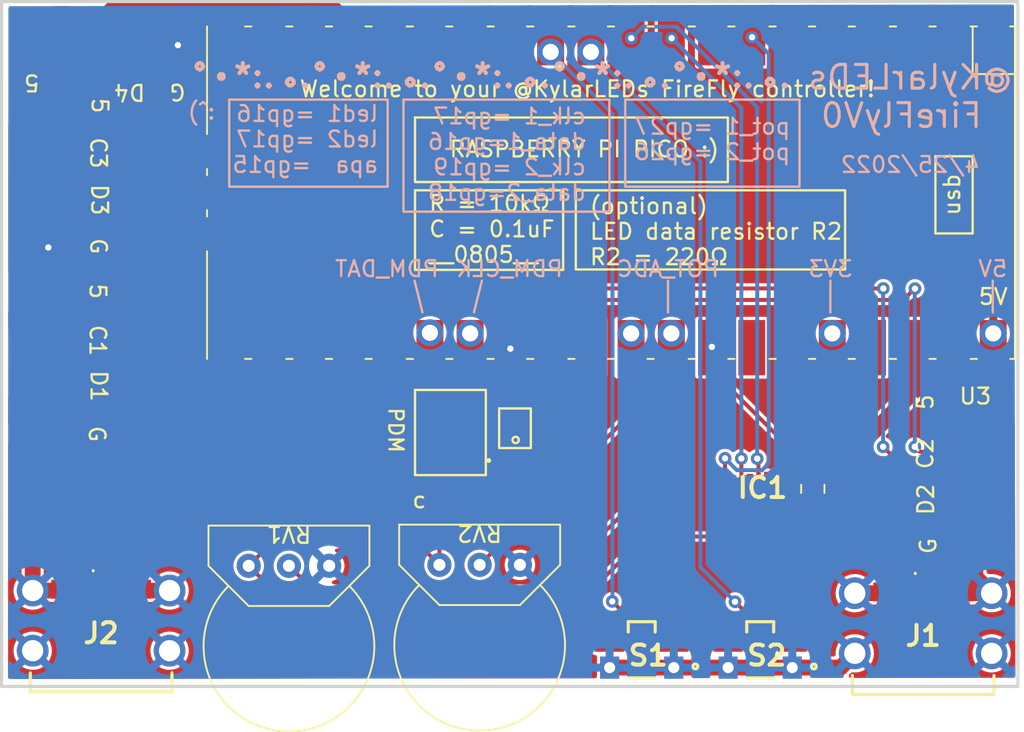
<source format=kicad_pcb>
(kicad_pcb (version 20211014) (generator pcbnew)
  (layers (0 "F.Cu" signal) (31 "B.Cu" signal) (34 "B.Paste" user) (35 "F.Paste" user) (36 "B.SilkS" user "B.Silkscreen") (37 "F.SilkS" user "F.Silkscreen") (38 "B.Mask" user) (39 "F.Mask" user) (44 "Edge.Cuts" user))
  (net 0 "")
  (net 2 "GND")
  (net 6 "LED_DATA_1")
  (net 7 "LED_DATA_2")
  (net 8 "PDM_DATA")
  (net 9 "PDM_CLK")
  (net 10 "5V")
  (net 11 "3V3")
  (net 12 "POT1_ADC")
  (net 13 "POT2_ADC")
  (net 20 "ACC_DATA")
  (net 23 "LED_DATA_3")
  (net 24 "LED_CLK_3")
  (net 25 "LED_DATA_4")
  (net 26 "LED_CLK_4")
  (net 30 "LED_CLK_1")
  (net 31 "LED_CLK_2")
  (net 43 "BTN_1")
  (net 44 "BTN_2")
  (net 46 "ACC_INT")
  (net 51 "ACC_CLK")
  (footprint "SamacSys_Parts:LEDS4" (layer "F.Cu") (at 16.3 19.45)
    (fp_text reference "U4" hide)
    (fp_text value "LEDS4" hide)
    (pad "1" smd roundrect (at 0 0) (size 4 2) (layers "F.Cu" "F.Paste" "F.Mask") (net 10 "5V"))
    (pad "2" smd roundrect (at 0 3) (size 4 2) (layers "F.Cu" "F.Paste" "F.Mask") (net 24 "LED_CLK_3"))
    (pad "3" smd roundrect (at 0 6) (size 4 2) (layers "F.Cu" "F.Paste" "F.Mask") (net 23 "LED_DATA_3"))
    (pad "4" smd roundrect (at 0 9) (size 4 2) (layers "F.Cu" "F.Paste" "F.Mask") (net 2 "GND"))
  )
  (footprint "SamacSys_Parts:USB4125GFA0190" (layer "F.Cu") (at 19.633821 53.0825)
    (fp_text reference "J2" (at 0 -0.303) (layer "F.SilkS") (effects (font (size 1.27 1.27) (thickness 0.254))))
    (fp_text value "USB4125-GF-A-0190" hide)
    (fp_line (start -0.5 -4.2) (end -0.5 -4.2) (layer "F.SilkS") (width 0.1))
    (fp_line (start -0.5 -4.3) (end -0.5 -4.3) (layer "F.SilkS") (width 0.1))
    (fp_line (start -4.47 3.4) (end 4.47 3.4) (layer "F.SilkS") (width 0.2))
    (fp_line (start 4.47 3.4) (end 4.47 2.2) (layer "F.SilkS") (width 0.2))
    (fp_line (start -4.47 2.2) (end -4.47 3.4) (layer "F.SilkS") (width 0.2))
    (fp_arc (start -0.5 -4.3) (mid -0.45 -4.25) (end -0.5 -4.2) (layer "F.SilkS") (width 0.1))
    (fp_arc (start -0.5 -4.2) (mid -0.55 -4.25) (end -0.5 -4.3) (layer "F.SilkS") (width 0.1))
    (pad "A5" smd rect locked (at -0.5 -3.08) (size 0.7 1.2) (layers "F.Cu" "F.Paste" "F.Mask"))
    (pad "A9" smd rect locked (at 1.52 -3.08) (size 0.76 1.2) (layers "F.Cu" "F.Paste" "F.Mask") (net 10 "5V"))
    (pad "A12" smd rect locked (at 2.75 -3.08) (size 0.8 1.2) (layers "F.Cu" "F.Paste" "F.Mask") (net 2 "GND"))
    (pad "B5" smd rect locked (at 0.5 -3.08) (size 0.7 1.2) (layers "F.Cu" "F.Paste" "F.Mask"))
    (pad "B9" smd rect locked (at -1.52 -3.08) (size 0.76 1.2) (layers "F.Cu" "F.Paste" "F.Mask") (net 10 "5V"))
    (pad "B12" smd rect locked (at -2.75 -3.08) (size 0.8 1.2) (layers "F.Cu" "F.Paste" "F.Mask") (net 2 "GND"))
    (pad "MH1" thru_hole circle locked (at -4.32 -3) (size 2.01 2.01) (drill 1.34) (layers *.Cu *.Mask) (net 2 "GND"))
    (pad "MH2" thru_hole circle locked (at -4.32 0.8) (size 2.01 2.01) (drill 1.34) (layers *.Cu *.Mask) (net 2 "GND"))
    (pad "MH3" thru_hole circle locked (at 4.32 0.8) (size 2.01 2.01) (drill 1.34) (layers *.Cu *.Mask) (net 2 "GND"))
    (pad "MH4" thru_hole circle locked (at 4.32 -3) (size 2.01 2.01) (drill 1.34) (layers *.Cu *.Mask) (net 2 "GND"))
  )
  (footprint "SamacSys_Parts:USB4125GFA0190" (layer "F.Cu") (at 71.53 53.25)
    (fp_text reference "J1" (at 0 -0.303) (layer "F.SilkS") (effects (font (size 1.27 1.27) (thickness 0.254))))
    (fp_text value "USB4125-GF-A-0190" hide)
    (fp_line (start -0.5 -4.3) (end -0.5 -4.3) (layer "F.SilkS") (width 0.1))
    (fp_line (start 4.47 3.4) (end 4.47 2.2) (layer "F.SilkS") (width 0.2))
    (fp_line (start -0.5 -4.2) (end -0.5 -4.2) (layer "F.SilkS") (width 0.1))
    (fp_line (start -4.47 2.2) (end -4.47 3.4) (layer "F.SilkS") (width 0.2))
    (fp_line (start -4.47 3.4) (end 4.47 3.4) (layer "F.SilkS") (width 0.2))
    (fp_arc (start -0.5 -4.2) (mid -0.55 -4.25) (end -0.5 -4.3) (layer "F.SilkS") (width 0.1))
    (fp_arc (start -0.5 -4.3) (mid -0.45 -4.25) (end -0.5 -4.2) (layer "F.SilkS") (width 0.1))
    (pad "A5" smd rect locked (at -0.5 -3.08) (size 0.7 1.2) (layers "F.Cu" "F.Paste" "F.Mask"))
    (pad "A9" smd rect locked (at 1.52 -3.08) (size 0.76 1.2) (layers "F.Cu" "F.Paste" "F.Mask") (net 10 "5V"))
    (pad "A12" smd rect locked (at 2.75 -3.08) (size 0.8 1.2) (layers "F.Cu" "F.Paste" "F.Mask") (net 2 "GND"))
    (pad "B5" smd rect locked (at 0.5 -3.08) (size 0.7 1.2) (layers "F.Cu" "F.Paste" "F.Mask"))
    (pad "B9" smd rect locked (at -1.52 -3.08) (size 0.76 1.2) (layers "F.Cu" "F.Paste" "F.Mask") (net 10 "5V"))
    (pad "B12" smd rect locked (at -2.75 -3.08) (size 0.8 1.2) (layers "F.Cu" "F.Paste" "F.Mask") (net 2 "GND"))
    (pad "MH1" thru_hole circle locked (at -4.32 -3) (size 2.01 2.01) (drill 1.34) (layers *.Cu *.Mask) (net 2 "GND"))
    (pad "MH2" thru_hole circle locked (at -4.32 0.8) (size 2.01 2.01) (drill 1.34) (layers *.Cu *.Mask) (net 2 "GND"))
    (pad "MH3" thru_hole circle locked (at 4.32 0.8) (size 2.01 2.01) (drill 1.34) (layers *.Cu *.Mask) (net 2 "GND"))
    (pad "MH4" thru_hole circle locked (at 4.32 -3) (size 2.01 2.01) (drill 1.34) (layers *.Cu *.Mask) (net 2 "GND"))
  )
  (footprint "Capacitor_SMD:C_0805_2012Metric" (layer "F.Cu") (at 64.56 43.66 -90)
    (fp_text reference "C1" hide)
    (fp_text value "C0805C104M5RAC" hide)
    (fp_line (start -0.261252 -0.735) (end 0.261252 -0.735) (layer "F.SilkS") (width 0.12))
    (fp_line (start -0.261252 0.735) (end 0.261252 0.735) (layer "F.SilkS") (width 0.12))
    (pad "1" smd roundrect (at -0.95 0 270) (size 1 1.45) (layers "F.Cu" "F.Paste" "F.Mask") (net 2 "GND"))
    (pad "2" smd roundrect (at 0.95 0 270) (size 1 1.45) (layers "F.Cu" "F.Paste" "F.Mask") (net 11 "3V3"))
  )
  (footprint "Varistor:3352T-1-104LF" (layer "F.Cu") (at 43.53 48.46 180)
    (fp_text reference "RV2" (at 0 2 180 unlocked) (layer "F.SilkS"))
    (fp_text value "R_Potentiometer")
    (fp_line (start -5.08 0) (end -5.08 2.54) (layer "F.SilkS") (width 0.12))
    (fp_line (start -2.54 -2.54) (end -5.08 0) (layer "F.SilkS") (width 0.12))
    (fp_line (start 5.08 0) (end 2.54 -2.54) (layer "F.SilkS") (width 0.12))
    (fp_line (start -5.08 2.54) (end 5.08 2.54) (layer "F.SilkS") (width 0.12))
    (fp_line (start 2.54 -2.54) (end -2.54 -2.54) (layer "F.SilkS") (width 0.12))
    (fp_line (start 5.08 2.54) (end 5.08 0) (layer "F.SilkS") (width 0.12))
    (fp_arc (start -3.81 -1.27) (mid 0 -10.468154) (end 3.81 -1.27) (layer "F.SilkS") (width 0.12))
    (pad "1" thru_hole circle (at -2.54 0 180) (size 1.524 1.524) (drill 0.762) (layers *.Cu *.Mask) (net 2 "GND"))
    (pad "2" thru_hole circle (at 0 0 180) (size 1.524 1.524) (drill 0.762) (layers *.Cu *.Mask) (net 13 "POT2_ADC"))
    (pad "3" thru_hole circle (at 2.54 0 180) (size 1.524 1.524) (drill 0.762) (layers *.Cu *.Mask) (net 11 "3V3"))
  )
  (footprint "MCU_RaspberryPi_and_Boards:RPi_Pico_SMD_TH_removes2" (layer "F.Cu") (at 51.82 24.95 -90)
    (fp_text reference "U1" hide)
    (fp_text value "Pico")
    (fp_line (start -10.5 -10.4) (end -10.5 -10) (layer "F.SilkS") (width 0.12))
    (fp_line (start -3.7 25.5) (end -10.5 25.5) (layer "F.SilkS") (width 0.12))
    (fp_line (start -1.5 25.5) (end -1.1 25.5) (layer "F.SilkS") (width 0.12))
    (fp_line (start -10.5 17.6) (end -10.5 18) (layer "F.SilkS") (width 0.12))
    (fp_line (start -10.5 -23.1) (end -10.5 -22.7) (layer "F.SilkS") (width 0.12))
    (fp_line (start -10.5 -5.3) (end -10.5 -4.9) (layer "F.SilkS") (width 0.12))
    (fp_line (start -10.5 2.3) (end -10.5 2.7) (layer "F.SilkS") (width 0.12))
    (fp_line (start -10.5 20.1) (end -10.5 20.5) (layer "F.SilkS") (width 0.12))
    (fp_line (start 10.5 10) (end 10.5 10.4) (layer "F.SilkS") (width 0.12))
    (fp_line (start 10.5 15.1) (end 10.5 15.5) (layer "F.SilkS") (width 0.12))
    (fp_line (start 10.5 20.1) (end 10.5 20.5) (layer "F.SilkS") (width 0.12))
    (fp_line (start 10.5 12.5) (end 10.5 12.9) (layer "F.SilkS") (width 0.12))
    (fp_line (start -10.5 15.1) (end -10.5 15.5) (layer "F.SilkS") (width 0.12))
    (fp_line (start -10.5 -25.5) (end 10.5 -25.5) (layer "F.SilkS") (width 0.12))
    (fp_line (start -10.5 10) (end -10.5 10.4) (layer "F.SilkS") (width 0.12))
    (fp_line (start -10.5 -18) (end -10.5 -17.6) (layer "F.SilkS") (width 0.12))
    (fp_line (start 10.5 4.9) (end 10.5 5.3) (layer "F.SilkS") (width 0.12))
    (fp_line (start -10.5 7.4) (end -10.5 7.8) (layer "F.SilkS") (width 0.12))
    (fp_line (start 10.5 -10.4) (end 10.5 -10) (layer "F.SilkS") (width 0.12))
    (fp_line (start 10.5 -25.5) (end 10.5 -25.2) (layer "F.SilkS") (width 0.12))
    (fp_line (start 10.5 -7.8) (end 10.5 -7.4) (layer "F.SilkS") (width 0.12))
    (fp_line (start 10.5 -5.3) (end 10.5 -4.9) (layer "F.SilkS") (width 0.12))
    (fp_line (start 10.5 -20.5) (end 10.5 -20.1) (layer "F.SilkS") (width 0.12))
    (fp_line (start 10.5 -23.1) (end 10.5 -22.7) (layer "F.SilkS") (width 0.12))
    (fp_line (start -7.493 -22.833) (end -7.493 -25.5) (layer "F.SilkS") (width 0.12))
    (fp_line (start -10.5 -12.9) (end -10.5 -12.5) (layer "F.SilkS") (width 0.12))
    (fp_line (start -10.5 12.5) (end -10.5 12.9) (layer "F.SilkS") (width 0.12))
    (fp_line (start 10.5 25.5) (end 3.7 25.5) (layer "F.SilkS") (width 0.12))
    (fp_line (start 10.5 17.6) (end 10.5 18) (layer "F.SilkS") (width 0.12))
    (fp_line (start 10.5 2.3) (end 10.5 2.7) (layer "F.SilkS") (width 0.12))
    (fp_line (start -10.5 -20.5) (end -10.5 -20.1) (layer "F.SilkS") (width 0.12))
    (fp_line (start -10.5 22.7) (end -10.5 23.1) (layer "F.SilkS") (width 0.12))
    (fp_line (start -10.5 -22.833) (end -7.493 -22.833) (layer "F.SilkS") (width 0.12))
    (fp_line (start 10.5 7.4) (end 10.5 7.8) (layer "F.SilkS") (width 0.12))
    (fp_line (start -10.5 -15.4) (end -10.5 -15) (layer "F.SilkS") (width 0.12))
    (fp_line (start 10.5 -12.9) (end 10.5 -12.5) (layer "F.SilkS") (width 0.12))
    (fp_line (start 1.1 25.5) (end 1.5 25.5) (layer "F.SilkS") (width 0.12))
    (fp_line (start 10.5 22.7) (end 10.5 23.1) (layer "F.SilkS") (width 0.12))
    (fp_line (start 10.5 -18) (end 10.5 -17.6) (layer "F.SilkS") (width 0.12))
    (fp_line (start -10.5 -25.5) (end -10.5 -25.2) (layer "F.SilkS") (width 0.12))
    (fp_line (start -10.5 -0.2) (end -10.5 0.2) (layer "F.SilkS") (width 0.12))
    (fp_line (start -10.5 4.9) (end -10.5 5.3) (layer "F.SilkS") (width 0.12))
    (fp_line (start -10.5 -7.8) (end -10.5 -7.4) (layer "F.SilkS") (width 0.12))
    (fp_line (start 10.5 -2.7) (end 10.5 -2.3) (layer "F.SilkS") (width 0.12))
    (fp_line (start 10.5 -15.4) (end 10.5 -15) (layer "F.SilkS") (width 0.12))
    (fp_line (start -10.5 -2.7) (end -10.5 -2.3) (layer "F.SilkS") (width 0.12))
    (fp_line (start 10.5 -0.2) (end 10.5 0.2) (layer "F.SilkS") (width 0.12))
    (pad "1" smd rect (at -8.89 -24.13 270) (size 3.5 1.7) (drill (offset -0.9 0)) (layers "F.Cu" "F.Mask"))
    (pad "2" smd rect (at -8.89 -21.59 270) (size 3.5 1.7) (drill (offset -0.9 0)) (layers "F.Cu" "F.Mask"))
    (pad "3" smd rect (at -8.89 -19.05 270) (size 3.5 1.7) (drill (offset -0.9 0)) (layers "F.Cu" "F.Mask"))
    (pad "4" smd rect (at -8.89 -16.51 270) (size 3.5 1.7) (drill (offset -0.9 0)) (layers "F.Cu" "F.Mask"))
    (pad "5" smd rect (at -8.89 -13.97 270) (size 3.5 1.7) (drill (offset -0.9 0)) (layers "F.Cu" "F.Mask"))
    (pad "6" smd rect (at -8.89 -11.43 270) (size 3.5 1.7) (drill (offset -0.9 0)) (layers "F.Cu" "F.Mask"))
    (pad "7" smd rect (at -8.89 -8.89 270) (size 3.5 1.7) (drill (offset -0.9 0)) (layers "F.Cu" "F.Mask") (net 46 "ACC_INT"))
    (pad "8" smd rect (at -8.89 -6.35 270) (size 3.5 1.7) (drill (offset -0.9 0)) (layers "F.Cu" "F.Mask"))
    (pad "9" smd rect (at -8.89 -3.81 270) (size 3.5 1.7) (drill (offset -0.9 0)) (layers "F.Cu" "F.Mask") (net 20 "ACC_DATA"))
    (pad "10" smd rect (at -8.89 -1.27 270) (size 3.5 1.7) (drill (offset -0.9 0)) (layers "F.Cu" "F.Mask") (net 51 "ACC_CLK"))
    (pad "11" smd rect (at -8.89 1.27 270) (size 3.5 1.7) (drill (offset -0.9 0)) (layers "F.Cu" "F.Mask") (net 44 "BTN_2"))
    (pad "11" thru_hole oval (at -8.89 1.27 270) (size 1.7 1.7) (drill 1.02) (layers *.Cu *.Mask) (net 44 "BTN_2"))
    (pad "12" smd rect (at -8.89 3.81 270) (size 3.5 1.7) (drill (offset -0.9 0)) (layers "F.Cu" "F.Mask") (net 43 "BTN_1"))
    (pad "12" thru_hole oval (at -8.89 3.81 270) (size 1.7 1.7) (drill 1.02) (layers *.Cu *.Mask) (net 43 "BTN_1"))
    (pad "13" smd rect (at -8.89 6.35 270) (size 3.5 1.7) (drill (offset -0.9 0)) (layers "F.Cu" "F.Mask"))
    (pad "14" smd rect (at -8.89 8.89 270) (size 3.5 1.7) (drill (offset -0.9 0)) (layers "F.Cu" "F.Mask") (net 23 "LED_DATA_3"))
    (pad "15" smd rect (at -8.89 11.43 270) (size 3.5 1.7) (drill (offset -0.9 0)) (layers "F.Cu" "F.Mask") (net 24 "LED_CLK_3"))
    (pad "16" smd rect (at -8.89 13.97 270) (size 3.5 1.7) (drill (offset -0.9 0)) (layers "F.Cu" "F.Mask") (net 25 "LED_DATA_4"))
    (pad "17" smd rect (at -8.89 16.51 270) (size 3.5 1.7) (drill (offset -0.9 0)) (layers "F.Cu" "F.Mask") (net 26 "LED_CLK_4"))
    (pad "18" smd rect (at -8.89 19.05 270) (size 3.5 1.7) (drill (offset -0.9 0)) (layers "F.Cu" "F.Mask"))
    (pad "19" smd rect (at -8.89 21.59 270) (size 3.5 1.7) (drill (offset -0.9 0)) (layers "F.Cu" "F.Mask"))
    (pad "20" smd rect (at -8.89 24.13 270) (size 3.5 1.7) (drill (offset -0.9 0)) (layers "F.Cu" "F.Mask"))
    (pad "21" smd rect (at 8.89 24.13 270) (size 3.5 1.7) (drill (offset 0.9 0)) (layers "F.Cu" "F.Mask") (net 6 "LED_DATA_1"))
    (pad "22" smd rect (at 8.89 21.59 270) (size 3.5 1.7) (drill (offset 0.9 0)) (layers "F.Cu" "F.Mask") (net 30 "LED_CLK_1"))
    (pad "23" smd rect (at 8.89 19.05 270) (size 3.5 1.7) (drill (offset 0.9 0)) (layers "F.Cu" "F.Mask") (net 2 "GND"))
    (pad "24" smd rect (at 8.89 16.51 270) (size 3.5 1.7) (drill (offset 0.9 0)) (layers "F.Cu" "F.Mask") (net 7 "LED_DATA_2"))
    (pad "25" smd rect (at 8.89 13.97 270) (size 3.5 1.7) (drill (offset 0.9 0)) (layers "F.Cu" "F.Mask") (net 31 "LED_CLK_2"))
    (pad "26" smd rect (at 8.89 11.43 270) (size 3.5 1.7) (drill (offset 0.9 0)) (layers "F.Cu" "F.Mask") (net 8 "PDM_DATA"))
    (pad "26" thru_hole oval (at 8.85 11.43 270) (size 1.7 1.7) (drill 1.02) (layers *.Cu *.Mask) (net 8 "PDM_DATA"))
    (pad "27" thru_hole oval (at 8.89 8.89 270) (size 1.7 1.7) (drill 1.02) (layers *.Cu *.Mask) (net 9 "PDM_CLK"))
    (pad "27" smd rect (at 8.89 8.89 270) (size 3.5 1.7) (drill (offset 0.9 0)) (layers "F.Cu" "F.Mask") (net 9 "PDM_CLK"))
    (pad "28" smd rect (at 8.89 6.35 270) (size 3.5 1.7) (drill (offset 0.9 0)) (layers "F.Cu" "F.Mask") (net 2 "GND"))
    (pad "29" smd rect (at 8.89 3.81 270) (size 3.5 1.7) (drill (offset 0.9 0)) (layers "F.Cu" "F.Mask"))
    (pad "30" smd rect (at 8.89 1.27 270) (size 3.5 1.7) (drill (offset 0.9 0)) (layers "F.Cu" "F.Mask"))
    (pad "31" thru_hole oval (at 8.89 -1.27 270) (size 1.7 1.7) (drill 1.02) (layers *.Cu *.Mask) (net 13 "POT2_ADC"))
    (pad "31" smd rect (at 8.89 -1.27 270) (size 3.5 1.7) (drill (offset 0.9 0)) (layers "F.Cu" "F.Mask") (net 13 "POT2_ADC"))
    (pad "32" thru_hole oval (at 8.89 -3.81 270) (size 1.7 1.7) (drill 1.02) (layers *.Cu *.Mask) (net 12 "POT1_ADC"))
    (pad "32" smd rect (at 8.89 -3.81 270) (size 3.5 1.7) (drill (offset 0.9 0)) (layers "F.Cu" "F.Mask") (net 12 "POT1_ADC"))
    (pad "33" smd rect (at 8.89 -6.35 270) (size 3.5 1.7) (drill (offset 0.9 0)) (layers "F.Cu" "F.Mask") (net 2 "GND"))
    (pad "34" smd rect (at 8.89 -8.89 270) (size 3.5 1.7) (drill (offset 0.9 0)) (layers "F.Cu" "F.Mask"))
    (pad "35" smd rect (at 8.89 -11.43 270) (size 3.5 1.7) (drill (offset 0.9 0)) (layers "F.Cu" "F.Mask"))
    (pad "36" thru_hole oval (at 8.89 -13.97 270) (size 1.7 1.7) (drill 1.02) (layers *.Cu *.Mask) (net 11 "3V3"))
    (pad "36" smd rect (at 8.89 -13.97 270) (size 3.5 1.7) (drill (offset 0.9 0)) (layers "F.Cu" "F.Mask") (net 11 "3V3"))
    (pad "37" smd rect (at 8.89 -16.51 270) (size 3.5 1.7) (drill (offset 0.9 0)) (layers "F.Cu" "F.Mask"))
    (pad "38" smd rect (at 8.89 -19.05 270) (size 3.5 1.7) (drill (offset 0.9 0)) (layers "F.Cu" "F.Mask") (net 2 "GND"))
    (pad "39" smd rect (at 8.89 -21.59 270) (size 3.5 1.7) (drill (offset 0.9 0)) (layers "F.Cu" "F.Mask"))
    (pad "40" thru_hole oval (at 8.89 -24.13 270) (size 1.7 1.7) (drill 1.02) (layers *.Cu *.Mask) (net 10 "5V"))
    (pad "40" smd rect (at 8.89 -24.13 270) (size 3.5 1.7) (drill (offset 0.9 0)) (layers "F.Cu" "F.Mask") (net 10 "5V"))
    (pad "41" smd rect (at -2.54 23.9) (size 3.5 1.7) (drill (offset -0.9 0)) (layers "F.Cu" "F.Mask"))
    (pad "42" smd rect (at 0 23.9) (size 3.5 1.7) (drill (offset -0.9 0)) (layers "F.Cu" "F.Mask"))
    (pad "43" smd rect (at 2.54 23.9) (size 3.5 1.7) (drill (offset -0.9 0)) (layers "F.Cu" "F.Mask"))
  )
  (footprint "SamacSys_Parts:MXC6655XA" (layer "F.Cu") (at 61.38 43.6)
    (fp_text reference "IC1" (at 0 0) (layer "F.SilkS") (effects (font (size 1.27 1.27) (thickness 0.254))))
    (fp_text value "MXC6655XA" hide)
    (fp_line (start -1.5 -0.75) (end -1.5 -0.75) (layer "F.SilkS") (width 0.1))
    (fp_line (start -1.6 -0.75) (end -1.6 -0.75) (layer "F.SilkS") (width 0.1))
    (fp_arc (start -1.5 -0.75) (mid -1.55 -0.7) (end -1.6 -0.75) (layer "F.SilkS") (width 0.1))
    (fp_arc (start -1.6 -0.75) (mid -1.55 -0.8) (end -1.5 -0.75) (layer "F.SilkS") (width 0.1))
    (pad "1" smd rect locked (at -0.795 -0.75 90) (size 0.28 0.41) (layers "F.Cu" "F.Paste" "F.Mask"))
    (pad "2" smd rect locked (at -0.795 -0.25 90) (size 0.28 0.41) (layers "F.Cu" "F.Paste" "F.Mask") (net 20 "ACC_DATA"))
    (pad "3" smd rect locked (at -0.795 0.25 90) (size 0.28 0.41) (layers "F.Cu" "F.Paste" "F.Mask"))
    (pad "4" smd rect locked (at -0.795 0.75 90) (size 0.28 0.41) (layers "F.Cu" "F.Paste" "F.Mask"))
    (pad "5" smd rect locked (at -0.25 0.815) (size 0.28 0.41) (layers "F.Cu" "F.Paste" "F.Mask") (net 46 "ACC_INT"))
    (pad "6" smd rect locked (at 0.25 0.815) (size 0.28 0.41) (layers "F.Cu" "F.Paste" "F.Mask"))
    (pad "7" smd rect locked (at 0.795 0.75 90) (size 0.28 0.41) (layers "F.Cu" "F.Paste" "F.Mask") (net 11 "3V3"))
    (pad "8" smd rect locked (at 0.795 0.25 90) (size 0.28 0.41) (layers "F.Cu" "F.Paste" "F.Mask"))
    (pad "9" smd rect locked (at 0.795 -0.25 90) (size 0.28 0.41) (layers "F.Cu" "F.Paste" "F.Mask") (net 2 "GND"))
    (pad "10" smd rect locked (at 0.795 -0.75 90) (size 0.28 0.41) (layers "F.Cu" "F.Paste" "F.Mask"))
    (pad "11" smd rect locked (at 0.25 -0.815) (size 0.28 0.41) (layers "F.Cu" "F.Paste" "F.Mask"))
    (pad "12" smd rect locked (at -0.25 -0.815) (size 0.28 0.41) (layers "F.Cu" "F.Paste" "F.Mask") (net 51 "ACC_CLK"))
  )
  (footprint "Varistor:3352T-1-104LF" (layer "F.Cu") (at 31.49 48.52 180)
    (fp_text reference "RV1" (at 0 2 180 unlocked) (layer "F.SilkS"))
    (fp_text value "R_Potentiometer")
    (fp_line (start -5.08 2.54) (end 5.08 2.54) (layer "F.SilkS") (width 0.12))
    (fp_line (start 5.08 0) (end 2.54 -2.54) (layer "F.SilkS") (width 0.12))
    (fp_line (start -5.08 0) (end -5.08 2.54) (layer "F.SilkS") (width 0.12))
    (fp_line (start 5.08 2.54) (end 5.08 0) (layer "F.SilkS") (width 0.12))
    (fp_line (start -2.54 -2.54) (end -5.08 0) (layer "F.SilkS") (width 0.12))
    (fp_line (start 2.54 -2.54) (end -2.54 -2.54) (layer "F.SilkS") (width 0.12))
    (fp_arc (start -3.81 -1.27) (mid 0 -10.468154) (end 3.81 -1.27) (layer "F.SilkS") (width 0.12))
    (pad "1" thru_hole circle (at -2.54 0 180) (size 1.524 1.524) (drill 0.762) (layers *.Cu *.Mask) (net 2 "GND"))
    (pad "2" thru_hole circle (at 0 0 180) (size 1.524 1.524) (drill 0.762) (layers *.Cu *.Mask) (net 12 "POT1_ADC"))
    (pad "3" thru_hole circle (at 2.54 0 180) (size 1.524 1.524) (drill 0.762) (layers *.Cu *.Mask) (net 11 "3V3"))
  )
  (footprint "SamacSys_Parts:EVQ-9P701P" (layer "F.Cu") (at 61.24 54.15 180)
    (fp_text reference "S2" (at -0.409 -0.039 180) (layer "F.SilkS") (effects (font (size 1.27 1.27) (thickness 0.254))))
    (fp_text value "EVQ-9P701P" hide)
    (fp_line (start 0.85 2.1) (end 0.85 1.45) (layer "F.SilkS") (width 0.2))
    (fp_line (start -0.842 -1.45) (end 0.842 -1.45) (layer "F.SilkS") (width 0.2))
    (fp_line (start -0.85 2.1) (end 0.85 2.1) (layer "F.SilkS") (width 0.2))
    (fp_line (start -0.85 1.45) (end -0.85 2.1) (layer "F.SilkS") (width 0.2))
    (fp_circle (center -3.387 -0.729) (end -3.387 -0.67836) (layer "F.SilkS") (width 0.2) (fill none))
    (pad "1" thru_hole rect (at -2.025 -0.8 180) (size 1.2 1.4) (drill 0.7) (layers *.Cu *.Mask) (net 2 "GND"))
    (pad "2" smd rect (at -2.025 0.8 270) (size 1.2 1.84) (layers "F.Cu" "F.Paste" "F.Mask") (net 44 "BTN_2"))
    (pad "3" smd rect (at 2.025 0.8 270) (size 1.2 1.84) (layers "F.Cu" "F.Paste" "F.Mask"))
    (pad "4" thru_hole rect (at 2.025 -0.8 180) (size 1.2 1.4) (drill 0.7) (layers *.Cu *.Mask) (net 2 "GND"))
  )
  (footprint "SamacSys_Parts:CMM4737DT26186TR" (layer "F.Cu") (at 41.65 40.22 180)
    (fp_text reference "MK1" hide)
    (fp_text value "CMM-4737DT-26186-TR" hide)
    (fp_line (start -2.4 -1.65) (end -2.4 -1.65) (layer "F.SilkS") (width 0.2))
    (fp_line (start -2.5 -1.65) (end -2.5 -1.65) (layer "F.SilkS") (width 0.2))
    (fp_line (start -2.5 -1.65) (end -2.5 -1.65) (layer "F.SilkS") (width 0.2))
    (fp_arc (start -2.4 -1.65) (mid -2.45 -1.6) (end -2.5 -1.65) (layer "F.SilkS") (width 0.2))
    (fp_arc (start -2.4 -1.65) (mid -2.45 -1.6) (end -2.5 -1.65) (layer "F.SilkS") (width 0.2))
    (fp_arc (start -2.5 -1.65) (mid -2.45 -1.7) (end -2.4 -1.65) (layer "F.SilkS") (width 0.2))
    (pad "1" smd circle locked (at -1.17 -1.65 270) (size 0.91 0.91) (layers "F.Cu" "F.Paste" "F.Mask") (net 2 "GND"))
    (pad "2" smd circle locked (at -1.17 0 270) (size 0.91 0.91) (layers "F.Cu" "F.Paste" "F.Mask") (net 2 "GND"))
    (pad "3" smd circle locked (at -1.17 1.65 270) (size 0.91 0.91) (layers "F.Cu" "F.Paste" "F.Mask") (net 2 "GND"))
    (pad "4" smd circle locked (at 1.17 1.65 270) (size 0.91 0.91) (layers "F.Cu" "F.Paste" "F.Mask") (net 9 "PDM_CLK"))
    (pad "5" smd circle locked (at 1.17 0 270) (size 0.91 0.91) (layers "F.Cu" "F.Paste" "F.Mask") (net 8 "PDM_DATA"))
    (pad "6" smd oval locked (at 1.07 -1.55 225) (size 0.91 1.11) (layers "F.Cu" "F.Paste" "F.Mask") (net 11 "3V3"))
  )
  (footprint "SamacSys_Parts:CAPC2012X88N" (layer "F.Cu") (at 41.84 44.66)
    (fp_text reference "C3" hide)
    (fp_text value "C0805C104M5RAC" hide)
    (pad "1" smd rect locked (at -0.8 0) (size 1.02 1.47) (layers "F.Cu" "F.Paste" "F.Mask") (net 11 "3V3"))
    (pad "2" smd rect locked (at 0.8 0) (size 1.02 1.47) (layers "F.Cu" "F.Paste" "F.Mask") (net 2 "GND"))
  )
  (footprint "SamacSys_Parts:EVQ-9P701P" (layer "F.Cu") (at 53.76 54.15 180)
    (fp_text reference "S1" (at -0.409 -0.039 180) (layer "F.SilkS") (effects (font (size 1.27 1.27) (thickness 0.254))))
    (fp_text value "EVQ-9P701P" hide)
    (fp_line (start 0.85 2.1) (end 0.85 1.45) (layer "F.SilkS") (width 0.2))
    (fp_line (start -0.842 -1.45) (end 0.842 -1.45) (layer "F.SilkS") (width 0.2))
    (fp_line (start -0.85 2.1) (end 0.85 2.1) (layer "F.SilkS") (width 0.2))
    (fp_line (start -0.85 1.45) (end -0.85 2.1) (layer "F.SilkS") (width 0.2))
    (fp_circle (center -3.387 -0.729) (end -3.387 -0.67836) (layer "F.SilkS") (width 0.2) (fill none))
    (pad "1" thru_hole rect (at -2.025 -0.8 180) (size 1.2 1.4) (drill 0.7) (layers *.Cu *.Mask) (net 2 "GND"))
    (pad "2" smd rect (at -2.025 0.8 270) (size 1.2 1.84) (layers "F.Cu" "F.Paste" "F.Mask") (net 43 "BTN_1"))
    (pad "3" smd rect (at 2.025 0.8 270) (size 1.2 1.84) (layers "F.Cu" "F.Paste" "F.Mask"))
    (pad "4" thru_hole rect (at 2.025 -0.8 180) (size 1.2 1.4) (drill 0.7) (layers *.Cu *.Mask) (net 2 "GND"))
  )
  (footprint "SamacSys_Parts:LEDS4" (layer "F.Cu") (at 16.21 31.21)
    (fp_text reference "U2" hide)
    (fp_text value "LEDS4" hide)
    (pad "1" smd roundrect (at 0 0) (size 4 2) (layers "F.Cu" "F.Paste" "F.Mask") (net 10 "5V"))
    (pad "2" smd roundrect (at 0 3) (size 4 2) (layers "F.Cu" "F.Paste" "F.Mask") (net 30 "LED_CLK_1"))
    (pad "3" smd roundrect (at 0 6) (size 4 2) (layers "F.Cu" "F.Paste" "F.Mask") (net 6 "LED_DATA_1"))
    (pad "4" smd roundrect (at 0 9) (size 4 2) (layers "F.Cu" "F.Paste" "F.Mask") (net 2 "GND"))
  )
  (footprint "SamacSys_Parts:LEDS4" (layer "F.Cu") (at 15.4 15.56 90)
    (fp_text reference "U5" hide)
    (fp_text value "LEDS4" hide)
    (pad "1" smd roundrect (at 0 0 90) (size 4 2) (layers "F.Cu" "F.Paste" "F.Mask") (net 10 "5V"))
    (pad "2" smd roundrect (at 0 3 90) (size 4 2) (layers "F.Cu" "F.Paste" "F.Mask") (net 26 "LED_CLK_4"))
    (pad "3" smd roundrect (at 0 6 90) (size 4 2) (layers "F.Cu" "F.Paste" "F.Mask") (net 25 "LED_DATA_4"))
    (pad "4" smd roundrect (at 0 9 90) (size 4 2) (layers "F.Cu" "F.Paste" "F.Mask") (net 2 "GND"))
  )
  (footprint "SamacSys_Parts:LEDS4" (layer "F.Cu") (at 74.82 38.31)
    (fp_text reference "U3" (at 0 -0.5 unlocked) (layer "F.SilkS"))
    (fp_text value "LEDS4")
    (pad "1" smd roundrect (at 0 0) (size 4 2) (layers "F.Cu" "F.Paste" "F.Mask") (net 10 "5V"))
    (pad "2" smd roundrect (at 0 3) (size 4 2) (layers "F.Cu" "F.Paste" "F.Mask") (net 31 "LED_CLK_2"))
    (pad "3" smd roundrect (at 0 6) (size 4 2) (layers "F.Cu" "F.Paste" "F.Mask") (net 7 "LED_DATA_2"))
    (pad "4" smd roundrect (at 0 9) (size 4 2) (layers "F.Cu" "F.Paste" "F.Mask") (net 2 "GND"))
  )
  (gr_line (start 55.42 32.51) (end 55.42 30.51) (layer "B.SilkS") (width 0.15))
  (gr_line (start 39.92 32.51) (end 39.42 30.51) (layer "B.SilkS") (width 0.15))
  (gr_rect (start 38.72 19.07) (end 51.72 26.15) (layer "B.SilkS") (width 0.15) (fill none))
  (gr_rect (start 52.72 19.07) (end 63.72 24.57) (layer "B.SilkS") (width 0.15) (fill none))
  (gr_line (start 43.67 30.51) (end 43.17 32.51) (layer "B.SilkS") (width 0.15))
  (gr_line (start 65.67 32.51) (end 65.67 30.51) (layer "B.SilkS") (width 0.15))
  (gr_rect (start 27.72 19.07) (end 37.72 24.57) (layer "B.SilkS") (width 0.15) (fill none))
  (gr_line (start 75.92 32.51) (end 75.92 30.51) (layer "B.SilkS") (width 0.15))
  (gr_rect (start 49.6 24.8) (end 66.6 29.8) (layer "F.SilkS") (width 0.15) (fill none))
  (gr_circle (center 45.8 40.57) (end 45.8 40.37) (layer "F.SilkS") (width 0.15) (fill none))
  (gr_rect (start 72.3 22.65) (end 74.65 27.525) (layer "F.SilkS") (width 0.15) (fill none))
  (gr_rect (start 39.45 20.2) (end 59.196164 24.275) (layer "F.SilkS") (width 0.15) (fill none))
  (gr_rect (start 44.76 38.58) (end 46.76 41.08) (layer "F.SilkS") (width 0.15) (fill none))
  (gr_rect (start 43.92 42.79) (end 39.45 37.41) (layer "F.SilkS") (width 0.15) (fill none))
  (gr_rect (start 39.45 24.8) (end 48.8 29.825) (layer "F.SilkS") (width 0.15) (fill none))
  (gr_rect (start 13.35 12.877253) (end 77.51 56.14) (layer "Edge.Cuts") (width 0.2) (fill none))
  (gr_text ".。.:*・°.。.:*・°.。.:*・°.。.:*・°.。.:*・°" (at 44.22 17.57) (layer "B.SilkS") (effects (font (size 1.5 1.5) (thickness 0.25)) (justify mirror)))
  (gr_text "5V" (at 75.92 29.76) (layer "B.SilkS") (effects (font (size 1 1)) (justify mirror)))
  (gr_text "4/25/2022" (at 70.717929 23.18) (layer "B.SilkS") (effects (font (size 1 1)) (justify mirror)))
  (gr_text "3V3" (at 65.67 29.76) (layer "B.SilkS") (effects (font (size 1 1)) (justify mirror)))
  (gr_text "led1 =gp16\nled2 =gp17\napa  =gp15" (at 37.22 21.57) (layer "B.SilkS") (effects (font (size 1 1)) (justify left mirror)))
  (gr_text "PDM_DAT" (at 37.67 29.76) (layer "B.SilkS") (effects (font (size 1 1)) (justify mirror)))
  (gr_text ":^)" (at 25.97 19.82) (layer "B.SilkS") (effects (font (size 1 1)) (justify mirror)))
  (gr_text "POT_ADC" (at 55.42 29.76) (layer "B.SilkS") (effects (font (size 1 1)) (justify mirror)))
  (gr_text "pot_1 =gp27\npot_2 =gp26\n" (at 63.22 21.57) (layer "B.SilkS") (effects (font (size 1 1)) (justify left mirror)))
  (gr_text "@KylarLEDs\n FireFlyV0" (at 70.72 18.87) (layer "B.SilkS") (effects (font (size 1.5 1.5) (thickness 0.2)) (justify mirror)))
  (gr_text "clk_1 =gp17\ndata_1=gp16\nclk_2 =gp19\ndata_2=gp18" (at 50.32 22.53) (layer "B.SilkS") (effects (font (size 1 1)) (justify left mirror)))
  (gr_text "PDM_CLK\n" (at 45.42 29.76) (layer "B.SilkS") (effects (font (size 1 1)) (justify mirror)))
  (gr_text "PDM" (at 38.24 39.95 270) (layer "F.SilkS") (effects (font (size 0.9 0.9))))
  (gr_text "5" (at 19.42 31.18 270) (layer "F.SilkS") (effects (font (size 1 1))))
  (gr_text "D4" (at 21.43 18.6 180) (layer "F.SilkS") (effects (font (size 1 1))))
  (gr_text "RASPBERRY PI PICO :)" (at 50.1375 22.2) (layer "F.SilkS") (effects (font (size 1 1))))
  (gr_text "c" (at 39.72 44.37) (layer "F.SilkS") (effects (font (size 1 1))))
  (gr_text "G" (at 19.37 40.19 270) (layer "F.SilkS") (effects (font (size 1 1))))
  (gr_text "D2" (at 71.7 44.33 90) (layer "F.SilkS") (effects (font (size 1 1))))
  (gr_text "C2" (at 71.66 41.43 90) (layer "F.SilkS") (effects (font (size 1 1))))
  (gr_text "C1" (at 19.42 34.28 270) (layer "F.SilkS") (effects (font (size 1 1))))
  (gr_text "5" (at 71.66 38.18 90) (layer "F.SilkS") (effects (font (size 1 1))))
  (gr_text "5V" (at 75.95 31.52) (layer "F.SilkS") (effects (font (size 1 1))))
  (gr_text "5" (at 15.25 18 180) (layer "F.SilkS") (effects (font (size 1 1))))
  (gr_text "C3" (at 19.46 22.44 270) (layer "F.SilkS") (effects (font (size 1 1))))
  (gr_text "R = 10kΩ\nC = 0.1uF\n__0805__" (at 40.25 27.25) (layer "F.SilkS") (effects (font (size 1 1)) (justify left)))
  (gr_text "5" (at 19.55 19.45 270) (layer "F.SilkS") (effects (font (size 1 1))))
  (gr_text "G" (at 19.46 28.33 270) (layer "F.SilkS") (effects (font (size 1 1))))
  (gr_text "D1" (at 19.49 37.16 270) (layer "F.SilkS") (effects (font (size 1 1))))
  (gr_text "Welcome to your @KylarLEDs FireFly controller!" (at 50.325 18.4) (layer "F.SilkS") (effects (font (size 1 1))))
  (gr_text "G" (at 71.85 47.27 90) (layer "F.SilkS") (effects (font (size 1 1))))
  (gr_text "D3" (at 19.53 25.4 270) (layer "F.SilkS") (effects (font (size 1 1))))
  (gr_text "G" (at 24.46 18.58 180) (layer "F.SilkS") (effects (font (size 1 1))))
  (gr_text "(optional)\nLED data resistor R2\nR2 = 220Ω" (at 50.4 27.4) (layer "F.SilkS") (effects (font (size 1 1)) (justify left)))
  (gr_text "usb\n" (at 73.35 25.075 90) (layer "F.SilkS") (effects (font (size 1 1))))
  (segment (start 23.953821 50.0825) (end 22.463821 50.0825) (width 1) (layer "F.Cu") (net 2))
  (segment (start 15.313821 41.106179) (end 15.313821 50.0825) (width 1) (layer "F.Cu") (net 2))
  (segment (start 74.36 50.25) (end 74.28 50.17) (width 1) (layer "F.Cu") (net 2))
  (segment (start 15.313821 50.0825) (end 16.803821 50.0825) (width 1) (layer "F.Cu") (net 2))
  (segment (start 42.82 41.87) (end 42.82 38.57) (width 1) (layer "F.Cu") (net 2))
  (segment (start 42.64 44.66) (end 42.64 42.05) (width 1) (layer "F.Cu") (net 2))
  (segment (start 63.265 54.95) (end 51.735 54.95) (width 1) (layer "F.Cu") (net 2))
  (segment (start 67.9 40.544365) (end 67.9 42.79) (width 1) (layer "F.Cu") (net 2))
  (segment (start 16.803821 50.0825) (end 16.883821 50.0025) (width 1) (layer "F.Cu") (net 2))
  (segment (start 74.82 49.22) (end 75.85 50.25) (width 1) (layer "F.Cu") (net 2))
  (segment (start 75.85 50.25) (end 74.36 50.25) (width 1) (layer "F.Cu") (net 2))
  (segment (start 42.64 42.05) (end 42.82 41.87) (width 1) (layer "F.Cu") (net 2))
  (segment (start 32.77 33.84) (end 32.99 34.06) (width 1) (layer "F.Cu") (net 2))
  (segment (start 70.87 37.574365) (end 67.9 40.544365) (width 1) (layer "F.Cu") (net 2))
  (segment (start 66.31 54.95) (end 63.265 54.95) (width 1) (layer "F.Cu") (net 2))
  (segment (start 67.21 50.25) (end 68.7 50.25) (width 1) (layer "F.Cu") (net 2))
  (segment (start 16.21 40.21) (end 15.313821 41.106179) (width 1) (layer "F.Cu") (net 2))
  (segment (start 70.87 33.84) (end 70.87 37.574365) (width 1) (layer "F.Cu") (net 2))
  (segment (start 74.8 47.33) (end 74.82 47.31) (width 1) (layer "F.Cu") (net 2))
  (segment (start 67.9 42.79) (end 72.44 47.33) (width 1) (layer "F.Cu") (net 2))
  (segment (start 45.47 34.8) (end 45.47 35.92) (width 1) (layer "F.Cu") (net 2))
  (segment (start 74.82 47.31) (end 74.82 49.22) (width 1) (layer "F.Cu") (net 2))
  (segment (start 72.44 47.33) (end 74.8 47.33) (width 1) (layer "F.Cu") (net 2))
  (segment (start 22.463821 50.0825) (end 22.383821 50.0025) (width 1) (layer "F.Cu") (net 2))
  (segment (start 64.77 42.75) (end 58.17 36.15) (width 0.25) (layer "F.Cu") (net 2))
  (segment (start 63.92 43.35) (end 64.56 42.71) (width 0.25) (layer "F.Cu") (net 2))
  (segment (start 32.64 40.21) (end 16.21 40.21) (width 1) (layer "F.Cu") (net 2))
  (segment (start 68.7 50.25) (end 68.78 50.17) (width 1) (layer "F.Cu") (net 2))
  (segment (start 32.99 34.06) (end 32.99 39.86) (width 1) (layer "F.Cu") (net 2))
  (segment (start 45.47 35.92) (end 42.82 38.57) (width 1) (layer "F.Cu") (net 2))
  (segment (start 62.175 43.35) (end 63.92 43.35) (width 0.25) (layer "F.Cu") (net 2))
  (segment (start 45.47 33.84) (end 45.47 34.8) (width 1) (layer "F.Cu") (net 2))
  (segment (start 32.99 39.86) (end 32.64 40.21) (width 1) (layer "F.Cu") (net 2))
  (segment (start 67.21 54.05) (end 66.31 54.95) (width 1) (layer "F.Cu") (net 2))
  (segment (start 58.17 36.15) (end 58.17 33.84) (width 0.25) (layer "F.Cu") (net 2))
  (via (at 24.48 15.63) (size 0.8) (drill 0.4) (layers "F.Cu" "B.Cu") (net 2))
  (via (at 45.47 34.8) (size 0.8) (drill 0.4) (layers "F.Cu" "B.Cu") (net 2))
  (via (at 16.3 28.41) (size 0.8) (drill 0.4) (layers "F.Cu" "B.Cu") (net 2))
  (via (at 58.19 34.69) (size 0.8) (drill 0.4) (layers "F.Cu" "B.Cu") (net 2))
  (segment (start 24.32 37.21) (end 27.69 33.84) (width 0.25) (layer "F.Cu") (net 6))
  (segment (start 16.21 37.21) (end 24.32 37.21) (width 0.25) (layer "F.Cu") (net 6))
  (segment (start 38.15 31) (end 35.31 33.84) (width 0.25) (layer "F.Cu") (net 7))
  (segment (start 72.31 44.31) (end 69 41) (width 0.25) (layer "F.Cu") (net 7))
  (segment (start 74.82 44.31) (end 72.31 44.31) (width 0.25) (layer "F.Cu") (net 7))
  (segment (start 69 31) (end 38.15 31) (width 0.25) (layer "F.Cu") (net 7))
  (via (at 69 41) (size 0.8) (drill 0.4) (layers "F.Cu" "B.Cu") (net 7))
  (via (at 69.01 31.0005) (size 0.8) (drill 0.4) (layers "F.Cu" "B.Cu") (net 7))
  (segment (start 69 41) (end 69 31) (width 0.25) (layer "B.Cu") (net 7))
  (segment (start 40.48 40.22) (end 39.7 39.44) (width 0.25) (layer "F.Cu") (net 8))
  (segment (start 39.7 39.44) (end 39.7 34.49) (width 0.25) (layer "F.Cu") (net 8))
  (segment (start 39.7 34.49) (end 40.39 33.8) (width 0.25) (layer "F.Cu") (net 8))
  (segment (start 42.93 36.12) (end 42.93 33.84) (width 0.25) (layer "F.Cu") (net 9))
  (segment (start 40.48 38.57) (end 42.93 36.12) (width 0.25) (layer "F.Cu") (net 9))
  (segment (start 15.4 18.55) (end 16.3 19.45) (width 1) (layer "F.Cu") (net 10))
  (segment (start 15.4 15.56) (end 15.4 18.55) (width 1) (layer "F.Cu") (net 10))
  (segment (start 40.99 48.46) (end 40.99 44.71) (width 0.25) (layer "F.Cu") (net 11))
  (segment (start 28.95 48.52) (end 30.9 50.47) (width 0.25) (layer "F.Cu") (net 11))
  (segment (start 40.99 44.71) (end 41.04 44.66) (width 0.25) (layer "F.Cu") (net 11))
  (segment (start 62.85 46.67) (end 64.77 44.75) (width 0.25) (layer "F.Cu") (net 11))
  (segment (start 30.376174 47.093826) (end 39.623826 47.093826) (width 0.25) (layer "F.Cu") (net 11))
  (segment (start 64.77 44.75) (end 64.77 44.65) (width 0.25) (layer "F.Cu") (net 11))
  (segment (start 50.1775 50.47) (end 53.9775 46.67) (width 0.25) (layer "F.Cu") (net 11))
  (segment (start 65.79 33.84) (end 65.79 43.018173) (width 0.25) (layer "F.Cu") (net 11))
  (segment (start 64.56 44.248173) (end 64.56 44.61) (width 0.25) (layer "F.Cu") (net 11))
  (segment (start 40.58 44.2) (end 41.04 44.66) (width 0.25) (layer "F.Cu") (net 11))
  (segment (start 30.9 50.47) (end 50.1775 50.47) (width 0.25) (layer "F.Cu") (net 11))
  (segment (start 64.3 44.35) (end 64.56 44.61) (width 0.25) (layer "F.Cu") (net 11))
  (segment (start 40.58 41.77) (end 40.58 44.2) (width 0.25) (layer "F.Cu") (net 11))
  (segment (start 64.52 44.4) (end 64.77 44.65) (width 0.25) (layer "F.Cu") (net 11))
  (segment (start 28.95 48.52) (end 30.376174 47.093826) (width 0.25) (layer "F.Cu") (net 11))
  (segment (start 65.79 43.018173) (end 64.56 44.248173) (width 0.25) (layer "F.Cu") (net 11))
  (segment (start 53.9775 46.67) (end 62.85 46.67) (width 0.25) (layer "F.Cu") (net 11))
  (segment (start 39.623826 47.093826) (end 40.99 48.46) (width 0.25) (layer "F.Cu") (net 11))
  (segment (start 62.175 44.35) (end 64.3 44.35) (width 0.25) (layer "F.Cu") (net 11))
  (segment (start 31.49 48.52) (end 32.99 50.02) (width 0.25) (layer "F.Cu") (net 12))
  (segment (start 32.99 50.02) (end 47.78 50.02) (width 0.25) (layer "F.Cu") (net 12))
  (segment (start 47.78 50.02) (end 55.63 42.17) (width 0.25) (layer "F.Cu") (net 12))
  (segment (start 55.63 42.17) (end 55.63 33.84) (width 0.25) (layer "F.Cu") (net 12))
  (segment (start 43.53 48.46) (end 53.09 38.9) (width 0.25) (layer "F.Cu") (net 13))
  (segment (start 53.09 38.9) (end 53.09 33.84) (width 0.25) (layer "F.Cu") (net 13))
  (segment (start 60.05 43.31) (end 60.05 41.74) (width 0.25) (layer "F.Cu") (net 20))
  (segment (start 60.09 43.35) (end 60.05 43.31) (width 0.25) (layer "F.Cu") (net 20))
  (segment (start 60.585 43.35) (end 60.09 43.35) (width 0.25) (layer "F.Cu") (net 20))
  (via (at 55.65 15.19) (size 0.8) (drill 0.4) (layers "F.Cu" "B.Cu") (net 20))
  (via (at 60.05 41.74) (size 0.8) (drill 0.4) (layers "F.Cu" "B.Cu") (net 20))
  (segment (start 60.05 41.74) (end 60.05 19.59) (width 0.25) (layer "B.Cu") (net 20))
  (segment (start 60.05 19.59) (end 55.65 15.19) (width 0.25) (layer "B.Cu") (net 20))
  (segment (start 23.92 20.89) (end 38.146396 20.89) (width 0.25) (layer "F.Cu") (net 23))
  (segment (start 16.3 25.45) (end 19.36 25.45) (width 0.25) (layer "F.Cu") (net 23))
  (segment (start 38.146396 20.89) (end 42.93 16.106396) (width 0.25) (layer "F.Cu") (net 23))
  (segment (start 42.93 16.106396) (end 42.93 16.06) (width 0.25) (layer "F.Cu") (net 23))
  (segment (start 19.36 25.45) (end 23.92 20.89) (width 0.25) (layer "F.Cu") (net 23))
  (segment (start 40.39 18.01) (end 40.39 16.06) (width 0.25) (layer "F.Cu") (net 24))
  (segment (start 37.96 20.44) (end 40.39 18.01) (width 0.25) (layer "F.Cu") (net 24))
  (segment (start 21.37 22.45) (end 23.38 20.44) (width 0.25) (layer "F.Cu") (net 24))
  (segment (start 16.3 22.45) (end 21.37 22.45) (width 0.25) (layer "F.Cu") (net 24))
  (segment (start 23.38 20.44) (end 37.96 20.44) (width 0.25) (layer "F.Cu") (net 24))
  (segment (start 23.558274 17.885) (end 36.025 17.885) (width 0.25) (layer "F.Cu") (net 25))
  (segment (start 36.025 17.885) (end 37.85 16.06) (width 0.25) (layer "F.Cu") (net 25))
  (segment (start 21.4 15.726726) (end 23.558274 17.885) (width 0.25) (layer "F.Cu") (net 25))
  (segment (start 21.4 15.56) (end 21.4 15.726726) (width 0.25) (layer "F.Cu") (net 25))
  (segment (start 18.4 15.56) (end 18.4 14.76) (width 0.25) (layer "F.Cu") (net 26))
  (segment (start 34.58 13.07) (end 35.31 13.8) (width 0.25) (layer "F.Cu") (net 26))
  (segment (start 20.09 13.07) (end 34.58 13.07) (width 0.25) (layer "F.Cu") (net 26))
  (segment (start 18.4 14.76) (end 20.09 13.07) (width 0.25) (layer "F.Cu") (net 26))
  (segment (start 35.31 13.8) (end 35.31 16.06) (width 0.25) (layer "F.Cu") (net 26))
  (segment (start 28.4 32.01) (end 30.23 33.84) (width 0.25) (layer "F.Cu") (net 30))
  (segment (start 16.21 34.21) (end 20 34.21) (width 0.25) (layer "F.Cu") (net 30))
  (segment (start 20 34.21) (end 22.2 32.01) (width 0.25) (layer "F.Cu") (net 30))
  (segment (start 22.2 32.01) (end 28.4 32.01) (width 0.25) (layer "F.Cu") (net 30))
  (segment (start 70.275 31.725) (end 39.965 31.725) (width 0.25) (layer "F.Cu") (net 31))
  (segment (start 71.31 41.31) (end 71 41) (width 0.25) (layer "F.Cu") (net 31))
  (segment (start 71 31) (end 70.275 31.725) (width 0.25) (layer "F.Cu") (net 31))
  (segment (start 74.82 41.31) (end 71.31 41.31) (width 0.25) (layer "F.Cu") (net 31))
  (segment (start 39.965 31.725) (end 37.85 33.84) (width 0.25) (layer "F.Cu") (net 31))
  (via (at 71 41) (size 0.8) (drill 0.4) (layers "F.Cu" "B.Cu") (net 31))
  (via (at 71.01 31.01) (size 0.8) (drill 0.4) (layers "F.Cu" "B.Cu") (net 31))
  (segment (start 71 41) (end 71 31) (width 0.25) (layer "B.Cu") (net 31))
  (segment (start 55.785 53.35) (end 54.48 53.35) (width 0.25) (layer "F.Cu") (net 43))
  (segment (start 54.48 53.35) (end 51.9 50.77) (width 0.25) (layer "F.Cu") (net 43))
  (via (at 51.9 50.77) (size 0.8) (drill 0.4) (layers "F.Cu" "B.Cu") (net 43))
  (segment (start 51.915 19.965) (end 48.01 16.06) (width 0.25) (layer "B.Cu") (net 43))
  (segment (start 51.915 50.755) (end 51.915 19.965) (width 0.25) (layer "B.Cu") (net 43))
  (segment (start 51.9 50.77) (end 51.915 50.755) (width 0.25) (layer "B.Cu") (net 43))
  (segment (start 59.65 50.79) (end 62.21 53.35) (width 0.25) (layer "F.Cu") (net 44))
  (segment (start 62.21 53.35) (end 63.265 53.35) (width 0.25) (layer "F.Cu") (net 44))
  (via (at 59.65 50.79) (size 0.8) (drill 0.4) (layers "F.Cu" "B.Cu") (net 44))
  (segment (start 59.65 50.79) (end 57.465 48.605) (width 0.25) (layer "B.Cu") (net 44))
  (segment (start 57.465 48.605) (end 57.465 22.975) (width 0.25) (layer "B.Cu") (net 44))
  (segment (start 57.465 22.975) (end 50.55 16.06) (width 0.25) (layer "B.Cu") (net 44))
  (segment (start 61.13 44.84) (end 61.14 44.85) (width 0.25) (layer "F.Cu") (net 46))
  (segment (start 61.14 44.85) (end 60.08 44.85) (width 0.25) (layer "F.Cu") (net 46))
  (segment (start 60.08 44.85) (end 59.02 43.79) (width 0.25) (layer "F.Cu") (net 46))
  (segment (start 59.02 43.79) (end 59.02 41.73) (width 0.25) (layer "F.Cu") (net 46))
  (segment (start 61.13 44.415) (end 61.13 44.84) (width 0.25) (layer "F.Cu") (net 46))
  (via (at 59.02 41.73) (size 0.8) (drill 0.4) (layers "F.Cu" "B.Cu") (net 46))
  (via (at 60.73 15.13) (size 0.8) (drill 0.4) (layers "F.Cu" "B.Cu") (net 46))
  (segment (start 61.775 16.175) (end 60.73 15.13) (width 0.25) (layer "B.Cu") (net 46))
  (segment (start 59.02 41.73) (end 59.02 41.735305) (width 0.25) (layer "B.Cu") (net 46))
  (segment (start 61.365 42.475) (end 61.775 42.065) (width 0.25) (layer "B.Cu") (net 46))
  (segment (start 59.02 41.735305) (end 59.759695 42.475) (width 0.25) (layer "B.Cu") (net 46))
  (segment (start 61.775 42.065) (end 61.775 16.175) (width 0.25) (layer "B.Cu") (net 46))
  (segment (start 59.759695 42.475) (end 61.365 42.475) (width 0.25) (layer "B.Cu") (net 46))
  (segment (start 61.13 42.785) (end 61.13 41.83) (width 0.25) (layer "F.Cu") (net 51))
  (segment (start 61.13 41.83) (end 61.05 41.75) (width 0.25) (layer "F.Cu") (net 51))
  (via (at 53.1 15.19) (size 0.8) (drill 0.4) (layers "F.Cu" "B.Cu") (net 51))
  (via (at 61.05 41.75) (size 0.8) (drill 0.4) (layers "F.Cu" "B.Cu") (net 51))
  (segment (start 61.05 41.75) (end 61.05 19.564695) (width 0.25) (layer "B.Cu") (net 51))
  (segment (start 53.825 14.465) (end 53.1 15.19) (width 0.25) (layer "B.Cu") (net 51))
  (segment (start 55.950305 14.465) (end 53.825 14.465) (width 0.25) (layer "B.Cu") (net 51))
  (segment (start 61.05 19.564695) (end 55.950305 14.465) (width 0.25) (layer "B.Cu") (net 51))
  (zone (net 10) (net_name "5V") (layer "F.Cu") (connect_pads (clearance 0)) (min_thickness 0.254) (fill yes (thermal_gap 0.508) (thermal_bridge_width 0.508))
    (polygon (pts (xy 77.35 55.59) (xy 13.76 55.67) (xy 13.78 13.2) (xy 13.79 13.17) (xy 77.26 13.06)))
  )
  (zone (net 2) (net_name "GND") (layer "B.Cu") (connect_pads (clearance 0)) (min_thickness 0.254) (fill yes (thermal_gap 0.508) (thermal_bridge_width 0.508))
    (polygon (pts (xy 77.35 55.59) (xy 13.76 55.67) (xy 13.78 13.2) (xy 13.79 13.17) (xy 77.26 13.06)))
  )
)
</source>
